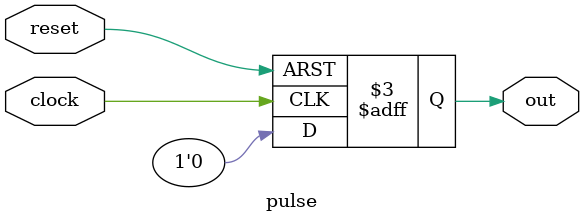
<source format=v>
`timescale 1ns / 1ps
module pulse(
    input clock,
    input reset,
    output reg out
    );

initial begin
	out <= 1'b0;
end


always @ (posedge clock or posedge reset)
begin
	// Reset the out
	if (reset)
	begin
		out <= 1'b1;
	end
	// Kill the signal?
	else
	begin
		out <= 1'b0;
	end
end
endmodule

</source>
